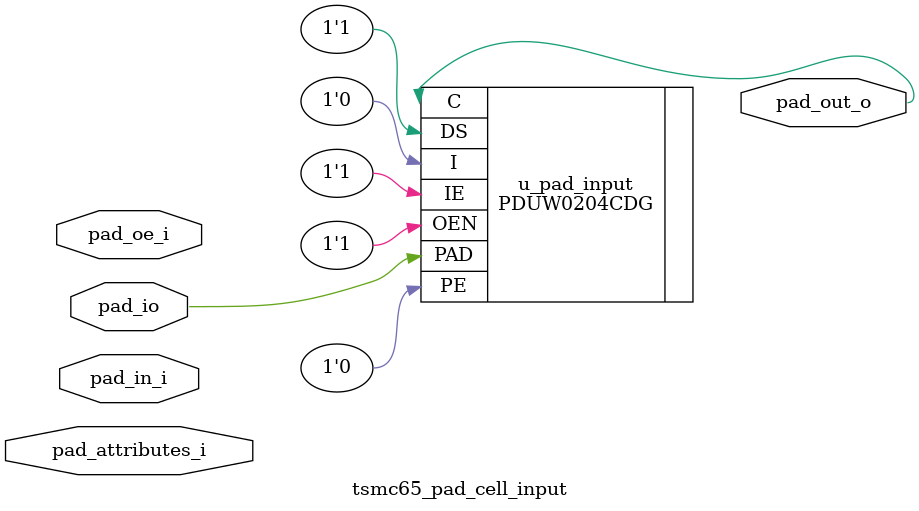
<source format=sv>


module tsmc65_pad_cell_input #(
  parameter int unsigned PADATTR = 16
) (
  input logic pad_in_i, // pad input value
  input logic pad_oe_i, // pad output enable
  output logic pad_out_o, // pad output value
  input logic pad_io, // pad value
  input logic [PADATTR-1:0] pad_attributes_i // pad attributes
);
  // TSMC65 pad standard cell
  PDUW0204CDG u_pad_input (
    .I (1'b0),
    .OEN (1'b1),
    .PE (1'b0),
    .PAD (pad_io),
    .IE (1'b1),
    .DS(1'b1),
    .C (pad_out_o)
  );
endmodule

</source>
